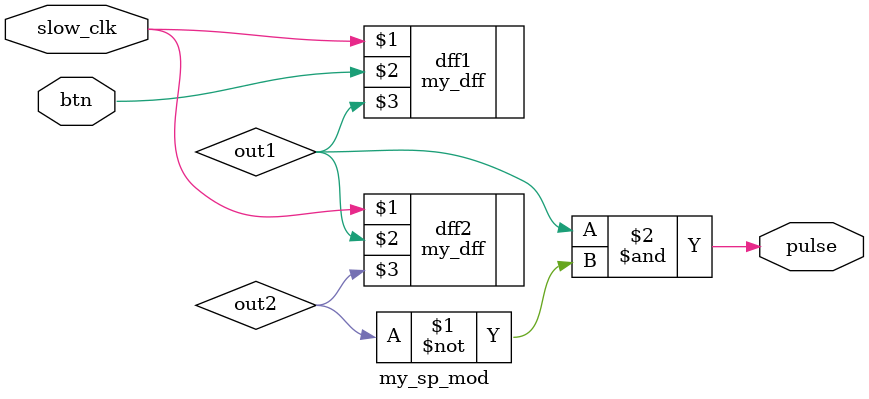
<source format=v>
`timescale 1ns / 1ps


module my_sp_mod(
    input slow_clk, input btn, output pulse
    );
    
wire out1, out2;
my_dff dff1(slow_clk, btn, out1);
my_dff dff2(slow_clk, out1, out2);
assign pulse = out1 & ~out2;

endmodule

</source>
